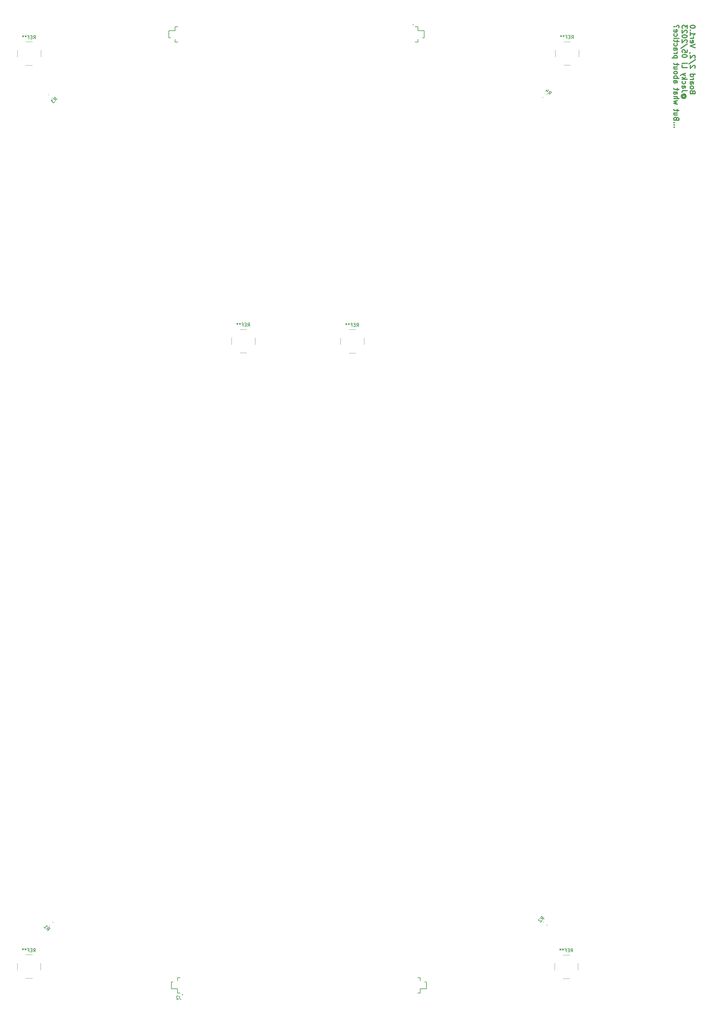
<source format=gbr>
%TF.GenerationSoftware,KiCad,Pcbnew,7.0.2*%
%TF.CreationDate,2023-05-22T19:30:06+02:00*%
%TF.ProjectId,Board2 - Housing and Samtech,426f6172-6432-4202-9d20-486f7573696e,rev?*%
%TF.SameCoordinates,Original*%
%TF.FileFunction,Legend,Bot*%
%TF.FilePolarity,Positive*%
%FSLAX46Y46*%
G04 Gerber Fmt 4.6, Leading zero omitted, Abs format (unit mm)*
G04 Created by KiCad (PCBNEW 7.0.2) date 2023-05-22 19:30:06*
%MOMM*%
%LPD*%
G01*
G04 APERTURE LIST*
%ADD10C,0.300000*%
%ADD11C,0.150000*%
%ADD12C,0.120000*%
%ADD13C,0.200000*%
G04 APERTURE END LIST*
D10*
X404059285Y-85752855D02*
X403987857Y-85538569D01*
X403987857Y-85538569D02*
X403916428Y-85467140D01*
X403916428Y-85467140D02*
X403773571Y-85395712D01*
X403773571Y-85395712D02*
X403559285Y-85395712D01*
X403559285Y-85395712D02*
X403416428Y-85467140D01*
X403416428Y-85467140D02*
X403345000Y-85538569D01*
X403345000Y-85538569D02*
X403273571Y-85681426D01*
X403273571Y-85681426D02*
X403273571Y-86252855D01*
X403273571Y-86252855D02*
X404773571Y-86252855D01*
X404773571Y-86252855D02*
X404773571Y-85752855D01*
X404773571Y-85752855D02*
X404702142Y-85609998D01*
X404702142Y-85609998D02*
X404630714Y-85538569D01*
X404630714Y-85538569D02*
X404487857Y-85467140D01*
X404487857Y-85467140D02*
X404345000Y-85467140D01*
X404345000Y-85467140D02*
X404202142Y-85538569D01*
X404202142Y-85538569D02*
X404130714Y-85609998D01*
X404130714Y-85609998D02*
X404059285Y-85752855D01*
X404059285Y-85752855D02*
X404059285Y-86252855D01*
X403273571Y-84538569D02*
X403345000Y-84681426D01*
X403345000Y-84681426D02*
X403416428Y-84752855D01*
X403416428Y-84752855D02*
X403559285Y-84824283D01*
X403559285Y-84824283D02*
X403987857Y-84824283D01*
X403987857Y-84824283D02*
X404130714Y-84752855D01*
X404130714Y-84752855D02*
X404202142Y-84681426D01*
X404202142Y-84681426D02*
X404273571Y-84538569D01*
X404273571Y-84538569D02*
X404273571Y-84324283D01*
X404273571Y-84324283D02*
X404202142Y-84181426D01*
X404202142Y-84181426D02*
X404130714Y-84109998D01*
X404130714Y-84109998D02*
X403987857Y-84038569D01*
X403987857Y-84038569D02*
X403559285Y-84038569D01*
X403559285Y-84038569D02*
X403416428Y-84109998D01*
X403416428Y-84109998D02*
X403345000Y-84181426D01*
X403345000Y-84181426D02*
X403273571Y-84324283D01*
X403273571Y-84324283D02*
X403273571Y-84538569D01*
X403273571Y-82752855D02*
X404059285Y-82752855D01*
X404059285Y-82752855D02*
X404202142Y-82824283D01*
X404202142Y-82824283D02*
X404273571Y-82967140D01*
X404273571Y-82967140D02*
X404273571Y-83252855D01*
X404273571Y-83252855D02*
X404202142Y-83395712D01*
X403345000Y-82752855D02*
X403273571Y-82895712D01*
X403273571Y-82895712D02*
X403273571Y-83252855D01*
X403273571Y-83252855D02*
X403345000Y-83395712D01*
X403345000Y-83395712D02*
X403487857Y-83467140D01*
X403487857Y-83467140D02*
X403630714Y-83467140D01*
X403630714Y-83467140D02*
X403773571Y-83395712D01*
X403773571Y-83395712D02*
X403845000Y-83252855D01*
X403845000Y-83252855D02*
X403845000Y-82895712D01*
X403845000Y-82895712D02*
X403916428Y-82752855D01*
X403273571Y-82038569D02*
X404273571Y-82038569D01*
X403987857Y-82038569D02*
X404130714Y-81967140D01*
X404130714Y-81967140D02*
X404202142Y-81895712D01*
X404202142Y-81895712D02*
X404273571Y-81752854D01*
X404273571Y-81752854D02*
X404273571Y-81609997D01*
X403273571Y-80467141D02*
X404773571Y-80467141D01*
X403345000Y-80467141D02*
X403273571Y-80609998D01*
X403273571Y-80609998D02*
X403273571Y-80895712D01*
X403273571Y-80895712D02*
X403345000Y-81038569D01*
X403345000Y-81038569D02*
X403416428Y-81109998D01*
X403416428Y-81109998D02*
X403559285Y-81181426D01*
X403559285Y-81181426D02*
X403987857Y-81181426D01*
X403987857Y-81181426D02*
X404130714Y-81109998D01*
X404130714Y-81109998D02*
X404202142Y-81038569D01*
X404202142Y-81038569D02*
X404273571Y-80895712D01*
X404273571Y-80895712D02*
X404273571Y-80609998D01*
X404273571Y-80609998D02*
X404202142Y-80467141D01*
X404630714Y-78681426D02*
X404702142Y-78609998D01*
X404702142Y-78609998D02*
X404773571Y-78467141D01*
X404773571Y-78467141D02*
X404773571Y-78109998D01*
X404773571Y-78109998D02*
X404702142Y-77967141D01*
X404702142Y-77967141D02*
X404630714Y-77895712D01*
X404630714Y-77895712D02*
X404487857Y-77824283D01*
X404487857Y-77824283D02*
X404345000Y-77824283D01*
X404345000Y-77824283D02*
X404130714Y-77895712D01*
X404130714Y-77895712D02*
X403273571Y-78752855D01*
X403273571Y-78752855D02*
X403273571Y-77824283D01*
X404845000Y-76109998D02*
X402916428Y-77395712D01*
X404630714Y-75681426D02*
X404702142Y-75609998D01*
X404702142Y-75609998D02*
X404773571Y-75467141D01*
X404773571Y-75467141D02*
X404773571Y-75109998D01*
X404773571Y-75109998D02*
X404702142Y-74967141D01*
X404702142Y-74967141D02*
X404630714Y-74895712D01*
X404630714Y-74895712D02*
X404487857Y-74824283D01*
X404487857Y-74824283D02*
X404345000Y-74824283D01*
X404345000Y-74824283D02*
X404130714Y-74895712D01*
X404130714Y-74895712D02*
X403273571Y-75752855D01*
X403273571Y-75752855D02*
X403273571Y-74824283D01*
X403345000Y-74109998D02*
X403273571Y-74109998D01*
X403273571Y-74109998D02*
X403130714Y-74181427D01*
X403130714Y-74181427D02*
X403059285Y-74252855D01*
X404773571Y-72538569D02*
X403273571Y-72038569D01*
X403273571Y-72038569D02*
X404773571Y-71538569D01*
X403345000Y-70467141D02*
X403273571Y-70609998D01*
X403273571Y-70609998D02*
X403273571Y-70895713D01*
X403273571Y-70895713D02*
X403345000Y-71038570D01*
X403345000Y-71038570D02*
X403487857Y-71109998D01*
X403487857Y-71109998D02*
X404059285Y-71109998D01*
X404059285Y-71109998D02*
X404202142Y-71038570D01*
X404202142Y-71038570D02*
X404273571Y-70895713D01*
X404273571Y-70895713D02*
X404273571Y-70609998D01*
X404273571Y-70609998D02*
X404202142Y-70467141D01*
X404202142Y-70467141D02*
X404059285Y-70395713D01*
X404059285Y-70395713D02*
X403916428Y-70395713D01*
X403916428Y-70395713D02*
X403773571Y-71109998D01*
X403273571Y-69752856D02*
X404273571Y-69752856D01*
X403987857Y-69752856D02*
X404130714Y-69681427D01*
X404130714Y-69681427D02*
X404202142Y-69609999D01*
X404202142Y-69609999D02*
X404273571Y-69467141D01*
X404273571Y-69467141D02*
X404273571Y-69324284D01*
X403273571Y-68038570D02*
X403273571Y-68895713D01*
X403273571Y-68467142D02*
X404773571Y-68467142D01*
X404773571Y-68467142D02*
X404559285Y-68609999D01*
X404559285Y-68609999D02*
X404416428Y-68752856D01*
X404416428Y-68752856D02*
X404345000Y-68895713D01*
X403416428Y-67395714D02*
X403345000Y-67324285D01*
X403345000Y-67324285D02*
X403273571Y-67395714D01*
X403273571Y-67395714D02*
X403345000Y-67467142D01*
X403345000Y-67467142D02*
X403416428Y-67395714D01*
X403416428Y-67395714D02*
X403273571Y-67395714D01*
X404773571Y-66395713D02*
X404773571Y-66252856D01*
X404773571Y-66252856D02*
X404702142Y-66109999D01*
X404702142Y-66109999D02*
X404630714Y-66038571D01*
X404630714Y-66038571D02*
X404487857Y-65967142D01*
X404487857Y-65967142D02*
X404202142Y-65895713D01*
X404202142Y-65895713D02*
X403845000Y-65895713D01*
X403845000Y-65895713D02*
X403559285Y-65967142D01*
X403559285Y-65967142D02*
X403416428Y-66038571D01*
X403416428Y-66038571D02*
X403345000Y-66109999D01*
X403345000Y-66109999D02*
X403273571Y-66252856D01*
X403273571Y-66252856D02*
X403273571Y-66395713D01*
X403273571Y-66395713D02*
X403345000Y-66538571D01*
X403345000Y-66538571D02*
X403416428Y-66609999D01*
X403416428Y-66609999D02*
X403559285Y-66681428D01*
X403559285Y-66681428D02*
X403845000Y-66752856D01*
X403845000Y-66752856D02*
X404202142Y-66752856D01*
X404202142Y-66752856D02*
X404487857Y-66681428D01*
X404487857Y-66681428D02*
X404630714Y-66609999D01*
X404630714Y-66609999D02*
X404702142Y-66538571D01*
X404702142Y-66538571D02*
X404773571Y-66395713D01*
X401557857Y-86752854D02*
X401629285Y-86824283D01*
X401629285Y-86824283D02*
X401700714Y-86967140D01*
X401700714Y-86967140D02*
X401700714Y-87109997D01*
X401700714Y-87109997D02*
X401629285Y-87252854D01*
X401629285Y-87252854D02*
X401557857Y-87324283D01*
X401557857Y-87324283D02*
X401415000Y-87395711D01*
X401415000Y-87395711D02*
X401272142Y-87395711D01*
X401272142Y-87395711D02*
X401129285Y-87324283D01*
X401129285Y-87324283D02*
X401057857Y-87252854D01*
X401057857Y-87252854D02*
X400986428Y-87109997D01*
X400986428Y-87109997D02*
X400986428Y-86967140D01*
X400986428Y-86967140D02*
X401057857Y-86824283D01*
X401057857Y-86824283D02*
X401129285Y-86752854D01*
X401700714Y-86752854D02*
X401129285Y-86752854D01*
X401129285Y-86752854D02*
X401057857Y-86681426D01*
X401057857Y-86681426D02*
X401057857Y-86609997D01*
X401057857Y-86609997D02*
X401129285Y-86467140D01*
X401129285Y-86467140D02*
X401272142Y-86395711D01*
X401272142Y-86395711D02*
X401629285Y-86395711D01*
X401629285Y-86395711D02*
X401843571Y-86538569D01*
X401843571Y-86538569D02*
X401986428Y-86752854D01*
X401986428Y-86752854D02*
X402057857Y-87038569D01*
X402057857Y-87038569D02*
X401986428Y-87324283D01*
X401986428Y-87324283D02*
X401843571Y-87538569D01*
X401843571Y-87538569D02*
X401629285Y-87681426D01*
X401629285Y-87681426D02*
X401343571Y-87752854D01*
X401343571Y-87752854D02*
X401057857Y-87681426D01*
X401057857Y-87681426D02*
X400843571Y-87538569D01*
X400843571Y-87538569D02*
X400700714Y-87324283D01*
X400700714Y-87324283D02*
X400629285Y-87038569D01*
X400629285Y-87038569D02*
X400700714Y-86752854D01*
X400700714Y-86752854D02*
X400843571Y-86538569D01*
X402343571Y-85324283D02*
X401272142Y-85324283D01*
X401272142Y-85324283D02*
X401057857Y-85395712D01*
X401057857Y-85395712D02*
X400915000Y-85538569D01*
X400915000Y-85538569D02*
X400843571Y-85752855D01*
X400843571Y-85752855D02*
X400843571Y-85895712D01*
X400843571Y-83967141D02*
X401629285Y-83967141D01*
X401629285Y-83967141D02*
X401772142Y-84038569D01*
X401772142Y-84038569D02*
X401843571Y-84181426D01*
X401843571Y-84181426D02*
X401843571Y-84467141D01*
X401843571Y-84467141D02*
X401772142Y-84609998D01*
X400915000Y-83967141D02*
X400843571Y-84109998D01*
X400843571Y-84109998D02*
X400843571Y-84467141D01*
X400843571Y-84467141D02*
X400915000Y-84609998D01*
X400915000Y-84609998D02*
X401057857Y-84681426D01*
X401057857Y-84681426D02*
X401200714Y-84681426D01*
X401200714Y-84681426D02*
X401343571Y-84609998D01*
X401343571Y-84609998D02*
X401415000Y-84467141D01*
X401415000Y-84467141D02*
X401415000Y-84109998D01*
X401415000Y-84109998D02*
X401486428Y-83967141D01*
X400915000Y-82609998D02*
X400843571Y-82752855D01*
X400843571Y-82752855D02*
X400843571Y-83038569D01*
X400843571Y-83038569D02*
X400915000Y-83181426D01*
X400915000Y-83181426D02*
X400986428Y-83252855D01*
X400986428Y-83252855D02*
X401129285Y-83324283D01*
X401129285Y-83324283D02*
X401557857Y-83324283D01*
X401557857Y-83324283D02*
X401700714Y-83252855D01*
X401700714Y-83252855D02*
X401772142Y-83181426D01*
X401772142Y-83181426D02*
X401843571Y-83038569D01*
X401843571Y-83038569D02*
X401843571Y-82752855D01*
X401843571Y-82752855D02*
X401772142Y-82609998D01*
X400843571Y-81967141D02*
X402343571Y-81967141D01*
X401415000Y-81824284D02*
X400843571Y-81395712D01*
X401843571Y-81395712D02*
X401272142Y-81967141D01*
X401843571Y-80895712D02*
X400843571Y-80538569D01*
X401843571Y-80181426D02*
X400843571Y-80538569D01*
X400843571Y-80538569D02*
X400486428Y-80681426D01*
X400486428Y-80681426D02*
X400415000Y-80752855D01*
X400415000Y-80752855D02*
X400343571Y-80895712D01*
X400843571Y-77752855D02*
X400843571Y-78467141D01*
X400843571Y-78467141D02*
X402343571Y-78467141D01*
X400843571Y-77252855D02*
X401843571Y-77252855D01*
X402343571Y-77252855D02*
X402272142Y-77324283D01*
X402272142Y-77324283D02*
X402200714Y-77252855D01*
X402200714Y-77252855D02*
X402272142Y-77181426D01*
X402272142Y-77181426D02*
X402343571Y-77252855D01*
X402343571Y-77252855D02*
X402200714Y-77252855D01*
X402343571Y-75109997D02*
X402343571Y-74967140D01*
X402343571Y-74967140D02*
X402272142Y-74824283D01*
X402272142Y-74824283D02*
X402200714Y-74752855D01*
X402200714Y-74752855D02*
X402057857Y-74681426D01*
X402057857Y-74681426D02*
X401772142Y-74609997D01*
X401772142Y-74609997D02*
X401415000Y-74609997D01*
X401415000Y-74609997D02*
X401129285Y-74681426D01*
X401129285Y-74681426D02*
X400986428Y-74752855D01*
X400986428Y-74752855D02*
X400915000Y-74824283D01*
X400915000Y-74824283D02*
X400843571Y-74967140D01*
X400843571Y-74967140D02*
X400843571Y-75109997D01*
X400843571Y-75109997D02*
X400915000Y-75252855D01*
X400915000Y-75252855D02*
X400986428Y-75324283D01*
X400986428Y-75324283D02*
X401129285Y-75395712D01*
X401129285Y-75395712D02*
X401415000Y-75467140D01*
X401415000Y-75467140D02*
X401772142Y-75467140D01*
X401772142Y-75467140D02*
X402057857Y-75395712D01*
X402057857Y-75395712D02*
X402200714Y-75324283D01*
X402200714Y-75324283D02*
X402272142Y-75252855D01*
X402272142Y-75252855D02*
X402343571Y-75109997D01*
X402343571Y-73252855D02*
X402343571Y-73967141D01*
X402343571Y-73967141D02*
X401629285Y-74038569D01*
X401629285Y-74038569D02*
X401700714Y-73967141D01*
X401700714Y-73967141D02*
X401772142Y-73824284D01*
X401772142Y-73824284D02*
X401772142Y-73467141D01*
X401772142Y-73467141D02*
X401700714Y-73324284D01*
X401700714Y-73324284D02*
X401629285Y-73252855D01*
X401629285Y-73252855D02*
X401486428Y-73181426D01*
X401486428Y-73181426D02*
X401129285Y-73181426D01*
X401129285Y-73181426D02*
X400986428Y-73252855D01*
X400986428Y-73252855D02*
X400915000Y-73324284D01*
X400915000Y-73324284D02*
X400843571Y-73467141D01*
X400843571Y-73467141D02*
X400843571Y-73824284D01*
X400843571Y-73824284D02*
X400915000Y-73967141D01*
X400915000Y-73967141D02*
X400986428Y-74038569D01*
X402415000Y-71467141D02*
X400486428Y-72752855D01*
X402200714Y-71038569D02*
X402272142Y-70967141D01*
X402272142Y-70967141D02*
X402343571Y-70824284D01*
X402343571Y-70824284D02*
X402343571Y-70467141D01*
X402343571Y-70467141D02*
X402272142Y-70324284D01*
X402272142Y-70324284D02*
X402200714Y-70252855D01*
X402200714Y-70252855D02*
X402057857Y-70181426D01*
X402057857Y-70181426D02*
X401915000Y-70181426D01*
X401915000Y-70181426D02*
X401700714Y-70252855D01*
X401700714Y-70252855D02*
X400843571Y-71109998D01*
X400843571Y-71109998D02*
X400843571Y-70181426D01*
X402343571Y-69252855D02*
X402343571Y-69109998D01*
X402343571Y-69109998D02*
X402272142Y-68967141D01*
X402272142Y-68967141D02*
X402200714Y-68895713D01*
X402200714Y-68895713D02*
X402057857Y-68824284D01*
X402057857Y-68824284D02*
X401772142Y-68752855D01*
X401772142Y-68752855D02*
X401415000Y-68752855D01*
X401415000Y-68752855D02*
X401129285Y-68824284D01*
X401129285Y-68824284D02*
X400986428Y-68895713D01*
X400986428Y-68895713D02*
X400915000Y-68967141D01*
X400915000Y-68967141D02*
X400843571Y-69109998D01*
X400843571Y-69109998D02*
X400843571Y-69252855D01*
X400843571Y-69252855D02*
X400915000Y-69395713D01*
X400915000Y-69395713D02*
X400986428Y-69467141D01*
X400986428Y-69467141D02*
X401129285Y-69538570D01*
X401129285Y-69538570D02*
X401415000Y-69609998D01*
X401415000Y-69609998D02*
X401772142Y-69609998D01*
X401772142Y-69609998D02*
X402057857Y-69538570D01*
X402057857Y-69538570D02*
X402200714Y-69467141D01*
X402200714Y-69467141D02*
X402272142Y-69395713D01*
X402272142Y-69395713D02*
X402343571Y-69252855D01*
X402200714Y-68181427D02*
X402272142Y-68109999D01*
X402272142Y-68109999D02*
X402343571Y-67967142D01*
X402343571Y-67967142D02*
X402343571Y-67609999D01*
X402343571Y-67609999D02*
X402272142Y-67467142D01*
X402272142Y-67467142D02*
X402200714Y-67395713D01*
X402200714Y-67395713D02*
X402057857Y-67324284D01*
X402057857Y-67324284D02*
X401915000Y-67324284D01*
X401915000Y-67324284D02*
X401700714Y-67395713D01*
X401700714Y-67395713D02*
X400843571Y-68252856D01*
X400843571Y-68252856D02*
X400843571Y-67324284D01*
X402343571Y-66824285D02*
X402343571Y-65895713D01*
X402343571Y-65895713D02*
X401772142Y-66395713D01*
X401772142Y-66395713D02*
X401772142Y-66181428D01*
X401772142Y-66181428D02*
X401700714Y-66038571D01*
X401700714Y-66038571D02*
X401629285Y-65967142D01*
X401629285Y-65967142D02*
X401486428Y-65895713D01*
X401486428Y-65895713D02*
X401129285Y-65895713D01*
X401129285Y-65895713D02*
X400986428Y-65967142D01*
X400986428Y-65967142D02*
X400915000Y-66038571D01*
X400915000Y-66038571D02*
X400843571Y-66181428D01*
X400843571Y-66181428D02*
X400843571Y-66609999D01*
X400843571Y-66609999D02*
X400915000Y-66752856D01*
X400915000Y-66752856D02*
X400986428Y-66824285D01*
X398556428Y-96324287D02*
X398485000Y-96252858D01*
X398485000Y-96252858D02*
X398413571Y-96324287D01*
X398413571Y-96324287D02*
X398485000Y-96395715D01*
X398485000Y-96395715D02*
X398556428Y-96324287D01*
X398556428Y-96324287D02*
X398413571Y-96324287D01*
X398556428Y-95610001D02*
X398485000Y-95538572D01*
X398485000Y-95538572D02*
X398413571Y-95610001D01*
X398413571Y-95610001D02*
X398485000Y-95681429D01*
X398485000Y-95681429D02*
X398556428Y-95610001D01*
X398556428Y-95610001D02*
X398413571Y-95610001D01*
X398556428Y-94895715D02*
X398485000Y-94824286D01*
X398485000Y-94824286D02*
X398413571Y-94895715D01*
X398413571Y-94895715D02*
X398485000Y-94967143D01*
X398485000Y-94967143D02*
X398556428Y-94895715D01*
X398556428Y-94895715D02*
X398413571Y-94895715D01*
X399199285Y-93681429D02*
X399127857Y-93467143D01*
X399127857Y-93467143D02*
X399056428Y-93395714D01*
X399056428Y-93395714D02*
X398913571Y-93324286D01*
X398913571Y-93324286D02*
X398699285Y-93324286D01*
X398699285Y-93324286D02*
X398556428Y-93395714D01*
X398556428Y-93395714D02*
X398485000Y-93467143D01*
X398485000Y-93467143D02*
X398413571Y-93610000D01*
X398413571Y-93610000D02*
X398413571Y-94181429D01*
X398413571Y-94181429D02*
X399913571Y-94181429D01*
X399913571Y-94181429D02*
X399913571Y-93681429D01*
X399913571Y-93681429D02*
X399842142Y-93538572D01*
X399842142Y-93538572D02*
X399770714Y-93467143D01*
X399770714Y-93467143D02*
X399627857Y-93395714D01*
X399627857Y-93395714D02*
X399485000Y-93395714D01*
X399485000Y-93395714D02*
X399342142Y-93467143D01*
X399342142Y-93467143D02*
X399270714Y-93538572D01*
X399270714Y-93538572D02*
X399199285Y-93681429D01*
X399199285Y-93681429D02*
X399199285Y-94181429D01*
X399413571Y-92038572D02*
X398413571Y-92038572D01*
X399413571Y-92681429D02*
X398627857Y-92681429D01*
X398627857Y-92681429D02*
X398485000Y-92610000D01*
X398485000Y-92610000D02*
X398413571Y-92467143D01*
X398413571Y-92467143D02*
X398413571Y-92252857D01*
X398413571Y-92252857D02*
X398485000Y-92110000D01*
X398485000Y-92110000D02*
X398556428Y-92038572D01*
X399413571Y-91538571D02*
X399413571Y-90967143D01*
X399913571Y-91324286D02*
X398627857Y-91324286D01*
X398627857Y-91324286D02*
X398485000Y-91252857D01*
X398485000Y-91252857D02*
X398413571Y-91110000D01*
X398413571Y-91110000D02*
X398413571Y-90967143D01*
X399413571Y-89467143D02*
X398413571Y-89181429D01*
X398413571Y-89181429D02*
X399127857Y-88895714D01*
X399127857Y-88895714D02*
X398413571Y-88610000D01*
X398413571Y-88610000D02*
X399413571Y-88324286D01*
X398413571Y-87752857D02*
X399913571Y-87752857D01*
X398413571Y-87110000D02*
X399199285Y-87110000D01*
X399199285Y-87110000D02*
X399342142Y-87181428D01*
X399342142Y-87181428D02*
X399413571Y-87324285D01*
X399413571Y-87324285D02*
X399413571Y-87538571D01*
X399413571Y-87538571D02*
X399342142Y-87681428D01*
X399342142Y-87681428D02*
X399270714Y-87752857D01*
X398413571Y-85752857D02*
X399199285Y-85752857D01*
X399199285Y-85752857D02*
X399342142Y-85824285D01*
X399342142Y-85824285D02*
X399413571Y-85967142D01*
X399413571Y-85967142D02*
X399413571Y-86252857D01*
X399413571Y-86252857D02*
X399342142Y-86395714D01*
X398485000Y-85752857D02*
X398413571Y-85895714D01*
X398413571Y-85895714D02*
X398413571Y-86252857D01*
X398413571Y-86252857D02*
X398485000Y-86395714D01*
X398485000Y-86395714D02*
X398627857Y-86467142D01*
X398627857Y-86467142D02*
X398770714Y-86467142D01*
X398770714Y-86467142D02*
X398913571Y-86395714D01*
X398913571Y-86395714D02*
X398985000Y-86252857D01*
X398985000Y-86252857D02*
X398985000Y-85895714D01*
X398985000Y-85895714D02*
X399056428Y-85752857D01*
X399413571Y-85252856D02*
X399413571Y-84681428D01*
X399913571Y-85038571D02*
X398627857Y-85038571D01*
X398627857Y-85038571D02*
X398485000Y-84967142D01*
X398485000Y-84967142D02*
X398413571Y-84824285D01*
X398413571Y-84824285D02*
X398413571Y-84681428D01*
X398413571Y-82395714D02*
X399199285Y-82395714D01*
X399199285Y-82395714D02*
X399342142Y-82467142D01*
X399342142Y-82467142D02*
X399413571Y-82609999D01*
X399413571Y-82609999D02*
X399413571Y-82895714D01*
X399413571Y-82895714D02*
X399342142Y-83038571D01*
X398485000Y-82395714D02*
X398413571Y-82538571D01*
X398413571Y-82538571D02*
X398413571Y-82895714D01*
X398413571Y-82895714D02*
X398485000Y-83038571D01*
X398485000Y-83038571D02*
X398627857Y-83109999D01*
X398627857Y-83109999D02*
X398770714Y-83109999D01*
X398770714Y-83109999D02*
X398913571Y-83038571D01*
X398913571Y-83038571D02*
X398985000Y-82895714D01*
X398985000Y-82895714D02*
X398985000Y-82538571D01*
X398985000Y-82538571D02*
X399056428Y-82395714D01*
X398413571Y-81681428D02*
X399913571Y-81681428D01*
X399342142Y-81681428D02*
X399413571Y-81538571D01*
X399413571Y-81538571D02*
X399413571Y-81252856D01*
X399413571Y-81252856D02*
X399342142Y-81109999D01*
X399342142Y-81109999D02*
X399270714Y-81038571D01*
X399270714Y-81038571D02*
X399127857Y-80967142D01*
X399127857Y-80967142D02*
X398699285Y-80967142D01*
X398699285Y-80967142D02*
X398556428Y-81038571D01*
X398556428Y-81038571D02*
X398485000Y-81109999D01*
X398485000Y-81109999D02*
X398413571Y-81252856D01*
X398413571Y-81252856D02*
X398413571Y-81538571D01*
X398413571Y-81538571D02*
X398485000Y-81681428D01*
X398413571Y-80109999D02*
X398485000Y-80252856D01*
X398485000Y-80252856D02*
X398556428Y-80324285D01*
X398556428Y-80324285D02*
X398699285Y-80395713D01*
X398699285Y-80395713D02*
X399127857Y-80395713D01*
X399127857Y-80395713D02*
X399270714Y-80324285D01*
X399270714Y-80324285D02*
X399342142Y-80252856D01*
X399342142Y-80252856D02*
X399413571Y-80109999D01*
X399413571Y-80109999D02*
X399413571Y-79895713D01*
X399413571Y-79895713D02*
X399342142Y-79752856D01*
X399342142Y-79752856D02*
X399270714Y-79681428D01*
X399270714Y-79681428D02*
X399127857Y-79609999D01*
X399127857Y-79609999D02*
X398699285Y-79609999D01*
X398699285Y-79609999D02*
X398556428Y-79681428D01*
X398556428Y-79681428D02*
X398485000Y-79752856D01*
X398485000Y-79752856D02*
X398413571Y-79895713D01*
X398413571Y-79895713D02*
X398413571Y-80109999D01*
X399413571Y-78324285D02*
X398413571Y-78324285D01*
X399413571Y-78967142D02*
X398627857Y-78967142D01*
X398627857Y-78967142D02*
X398485000Y-78895713D01*
X398485000Y-78895713D02*
X398413571Y-78752856D01*
X398413571Y-78752856D02*
X398413571Y-78538570D01*
X398413571Y-78538570D02*
X398485000Y-78395713D01*
X398485000Y-78395713D02*
X398556428Y-78324285D01*
X399413571Y-77824284D02*
X399413571Y-77252856D01*
X399913571Y-77609999D02*
X398627857Y-77609999D01*
X398627857Y-77609999D02*
X398485000Y-77538570D01*
X398485000Y-77538570D02*
X398413571Y-77395713D01*
X398413571Y-77395713D02*
X398413571Y-77252856D01*
X399413571Y-75609999D02*
X397913571Y-75609999D01*
X399342142Y-75609999D02*
X399413571Y-75467142D01*
X399413571Y-75467142D02*
X399413571Y-75181427D01*
X399413571Y-75181427D02*
X399342142Y-75038570D01*
X399342142Y-75038570D02*
X399270714Y-74967142D01*
X399270714Y-74967142D02*
X399127857Y-74895713D01*
X399127857Y-74895713D02*
X398699285Y-74895713D01*
X398699285Y-74895713D02*
X398556428Y-74967142D01*
X398556428Y-74967142D02*
X398485000Y-75038570D01*
X398485000Y-75038570D02*
X398413571Y-75181427D01*
X398413571Y-75181427D02*
X398413571Y-75467142D01*
X398413571Y-75467142D02*
X398485000Y-75609999D01*
X398413571Y-74252856D02*
X399413571Y-74252856D01*
X399127857Y-74252856D02*
X399270714Y-74181427D01*
X399270714Y-74181427D02*
X399342142Y-74109999D01*
X399342142Y-74109999D02*
X399413571Y-73967141D01*
X399413571Y-73967141D02*
X399413571Y-73824284D01*
X398413571Y-72681428D02*
X399199285Y-72681428D01*
X399199285Y-72681428D02*
X399342142Y-72752856D01*
X399342142Y-72752856D02*
X399413571Y-72895713D01*
X399413571Y-72895713D02*
X399413571Y-73181428D01*
X399413571Y-73181428D02*
X399342142Y-73324285D01*
X398485000Y-72681428D02*
X398413571Y-72824285D01*
X398413571Y-72824285D02*
X398413571Y-73181428D01*
X398413571Y-73181428D02*
X398485000Y-73324285D01*
X398485000Y-73324285D02*
X398627857Y-73395713D01*
X398627857Y-73395713D02*
X398770714Y-73395713D01*
X398770714Y-73395713D02*
X398913571Y-73324285D01*
X398913571Y-73324285D02*
X398985000Y-73181428D01*
X398985000Y-73181428D02*
X398985000Y-72824285D01*
X398985000Y-72824285D02*
X399056428Y-72681428D01*
X398485000Y-71324285D02*
X398413571Y-71467142D01*
X398413571Y-71467142D02*
X398413571Y-71752856D01*
X398413571Y-71752856D02*
X398485000Y-71895713D01*
X398485000Y-71895713D02*
X398556428Y-71967142D01*
X398556428Y-71967142D02*
X398699285Y-72038570D01*
X398699285Y-72038570D02*
X399127857Y-72038570D01*
X399127857Y-72038570D02*
X399270714Y-71967142D01*
X399270714Y-71967142D02*
X399342142Y-71895713D01*
X399342142Y-71895713D02*
X399413571Y-71752856D01*
X399413571Y-71752856D02*
X399413571Y-71467142D01*
X399413571Y-71467142D02*
X399342142Y-71324285D01*
X399413571Y-70895713D02*
X399413571Y-70324285D01*
X399913571Y-70681428D02*
X398627857Y-70681428D01*
X398627857Y-70681428D02*
X398485000Y-70609999D01*
X398485000Y-70609999D02*
X398413571Y-70467142D01*
X398413571Y-70467142D02*
X398413571Y-70324285D01*
X398413571Y-69824285D02*
X399413571Y-69824285D01*
X399913571Y-69824285D02*
X399842142Y-69895713D01*
X399842142Y-69895713D02*
X399770714Y-69824285D01*
X399770714Y-69824285D02*
X399842142Y-69752856D01*
X399842142Y-69752856D02*
X399913571Y-69824285D01*
X399913571Y-69824285D02*
X399770714Y-69824285D01*
X398485000Y-68467142D02*
X398413571Y-68609999D01*
X398413571Y-68609999D02*
X398413571Y-68895713D01*
X398413571Y-68895713D02*
X398485000Y-69038570D01*
X398485000Y-69038570D02*
X398556428Y-69109999D01*
X398556428Y-69109999D02*
X398699285Y-69181427D01*
X398699285Y-69181427D02*
X399127857Y-69181427D01*
X399127857Y-69181427D02*
X399270714Y-69109999D01*
X399270714Y-69109999D02*
X399342142Y-69038570D01*
X399342142Y-69038570D02*
X399413571Y-68895713D01*
X399413571Y-68895713D02*
X399413571Y-68609999D01*
X399413571Y-68609999D02*
X399342142Y-68467142D01*
X398485000Y-67252856D02*
X398413571Y-67395713D01*
X398413571Y-67395713D02*
X398413571Y-67681428D01*
X398413571Y-67681428D02*
X398485000Y-67824285D01*
X398485000Y-67824285D02*
X398627857Y-67895713D01*
X398627857Y-67895713D02*
X399199285Y-67895713D01*
X399199285Y-67895713D02*
X399342142Y-67824285D01*
X399342142Y-67824285D02*
X399413571Y-67681428D01*
X399413571Y-67681428D02*
X399413571Y-67395713D01*
X399413571Y-67395713D02*
X399342142Y-67252856D01*
X399342142Y-67252856D02*
X399199285Y-67181428D01*
X399199285Y-67181428D02*
X399056428Y-67181428D01*
X399056428Y-67181428D02*
X398913571Y-67895713D01*
X398556428Y-66324285D02*
X398485000Y-66252856D01*
X398485000Y-66252856D02*
X398413571Y-66324285D01*
X398413571Y-66324285D02*
X398485000Y-66395714D01*
X398485000Y-66395714D02*
X398556428Y-66324285D01*
X398556428Y-66324285D02*
X398413571Y-66324285D01*
X399842142Y-66609999D02*
X399913571Y-66467142D01*
X399913571Y-66467142D02*
X399913571Y-66109999D01*
X399913571Y-66109999D02*
X399842142Y-65967142D01*
X399842142Y-65967142D02*
X399699285Y-65895714D01*
X399699285Y-65895714D02*
X399556428Y-65895714D01*
X399556428Y-65895714D02*
X399413571Y-65967142D01*
X399413571Y-65967142D02*
X399342142Y-66038571D01*
X399342142Y-66038571D02*
X399270714Y-66181428D01*
X399270714Y-66181428D02*
X399199285Y-66252856D01*
X399199285Y-66252856D02*
X399056428Y-66324285D01*
X399056428Y-66324285D02*
X398985000Y-66324285D01*
D11*
%TO.C,*%
%TO.C,REF\u002A\u002A*%
X207283333Y-342072619D02*
X207616666Y-341596428D01*
X207854761Y-342072619D02*
X207854761Y-341072619D01*
X207854761Y-341072619D02*
X207473809Y-341072619D01*
X207473809Y-341072619D02*
X207378571Y-341120238D01*
X207378571Y-341120238D02*
X207330952Y-341167857D01*
X207330952Y-341167857D02*
X207283333Y-341263095D01*
X207283333Y-341263095D02*
X207283333Y-341405952D01*
X207283333Y-341405952D02*
X207330952Y-341501190D01*
X207330952Y-341501190D02*
X207378571Y-341548809D01*
X207378571Y-341548809D02*
X207473809Y-341596428D01*
X207473809Y-341596428D02*
X207854761Y-341596428D01*
X206854761Y-341548809D02*
X206521428Y-341548809D01*
X206378571Y-342072619D02*
X206854761Y-342072619D01*
X206854761Y-342072619D02*
X206854761Y-341072619D01*
X206854761Y-341072619D02*
X206378571Y-341072619D01*
X205616666Y-341548809D02*
X205949999Y-341548809D01*
X205949999Y-342072619D02*
X205949999Y-341072619D01*
X205949999Y-341072619D02*
X205473809Y-341072619D01*
X204949999Y-341072619D02*
X204949999Y-341310714D01*
X205188094Y-341215476D02*
X204949999Y-341310714D01*
X204949999Y-341310714D02*
X204711904Y-341215476D01*
X205092856Y-341501190D02*
X204949999Y-341310714D01*
X204949999Y-341310714D02*
X204807142Y-341501190D01*
X204188094Y-341072619D02*
X204188094Y-341310714D01*
X204426189Y-341215476D02*
X204188094Y-341310714D01*
X204188094Y-341310714D02*
X203949999Y-341215476D01*
X204330951Y-341501190D02*
X204188094Y-341310714D01*
X204188094Y-341310714D02*
X204045237Y-341501190D01*
%TO.C,*%
%TO.C,R2*%
X359273696Y-332628751D02*
X359172681Y-332056331D01*
X359677757Y-332224690D02*
X358970651Y-331517583D01*
X358970651Y-331517583D02*
X358701277Y-331786957D01*
X358701277Y-331786957D02*
X358667605Y-331887972D01*
X358667605Y-331887972D02*
X358667605Y-331955316D01*
X358667605Y-331955316D02*
X358701277Y-332056331D01*
X358701277Y-332056331D02*
X358802292Y-332157346D01*
X358802292Y-332157346D02*
X358903307Y-332191018D01*
X358903307Y-332191018D02*
X358970651Y-332191018D01*
X358970651Y-332191018D02*
X359071666Y-332157346D01*
X359071666Y-332157346D02*
X359341040Y-331887972D01*
X358364559Y-332258362D02*
X358297216Y-332258362D01*
X358297216Y-332258362D02*
X358196200Y-332292033D01*
X358196200Y-332292033D02*
X358027842Y-332460392D01*
X358027842Y-332460392D02*
X357994170Y-332561407D01*
X357994170Y-332561407D02*
X357994170Y-332628751D01*
X357994170Y-332628751D02*
X358027842Y-332729766D01*
X358027842Y-332729766D02*
X358095185Y-332797110D01*
X358095185Y-332797110D02*
X358229872Y-332864453D01*
X358229872Y-332864453D02*
X359037994Y-332864453D01*
X359037994Y-332864453D02*
X358600261Y-333302186D01*
%TO.C,*%
%TO.C,REF\u002A\u002A*%
X367853333Y-69882619D02*
X368186666Y-69406428D01*
X368424761Y-69882619D02*
X368424761Y-68882619D01*
X368424761Y-68882619D02*
X368043809Y-68882619D01*
X368043809Y-68882619D02*
X367948571Y-68930238D01*
X367948571Y-68930238D02*
X367900952Y-68977857D01*
X367900952Y-68977857D02*
X367853333Y-69073095D01*
X367853333Y-69073095D02*
X367853333Y-69215952D01*
X367853333Y-69215952D02*
X367900952Y-69311190D01*
X367900952Y-69311190D02*
X367948571Y-69358809D01*
X367948571Y-69358809D02*
X368043809Y-69406428D01*
X368043809Y-69406428D02*
X368424761Y-69406428D01*
X367424761Y-69358809D02*
X367091428Y-69358809D01*
X366948571Y-69882619D02*
X367424761Y-69882619D01*
X367424761Y-69882619D02*
X367424761Y-68882619D01*
X367424761Y-68882619D02*
X366948571Y-68882619D01*
X366186666Y-69358809D02*
X366519999Y-69358809D01*
X366519999Y-69882619D02*
X366519999Y-68882619D01*
X366519999Y-68882619D02*
X366043809Y-68882619D01*
X365519999Y-68882619D02*
X365519999Y-69120714D01*
X365758094Y-69025476D02*
X365519999Y-69120714D01*
X365519999Y-69120714D02*
X365281904Y-69025476D01*
X365662856Y-69311190D02*
X365519999Y-69120714D01*
X365519999Y-69120714D02*
X365377142Y-69311190D01*
X364758094Y-68882619D02*
X364758094Y-69120714D01*
X364996189Y-69025476D02*
X364758094Y-69120714D01*
X364758094Y-69120714D02*
X364519999Y-69025476D01*
X364900951Y-69311190D02*
X364758094Y-69120714D01*
X364758094Y-69120714D02*
X364615237Y-69311190D01*
%TO.C,*%
%TO.C,REF\u002A\u002A*%
X303753333Y-155692619D02*
X304086666Y-155216428D01*
X304324761Y-155692619D02*
X304324761Y-154692619D01*
X304324761Y-154692619D02*
X303943809Y-154692619D01*
X303943809Y-154692619D02*
X303848571Y-154740238D01*
X303848571Y-154740238D02*
X303800952Y-154787857D01*
X303800952Y-154787857D02*
X303753333Y-154883095D01*
X303753333Y-154883095D02*
X303753333Y-155025952D01*
X303753333Y-155025952D02*
X303800952Y-155121190D01*
X303800952Y-155121190D02*
X303848571Y-155168809D01*
X303848571Y-155168809D02*
X303943809Y-155216428D01*
X303943809Y-155216428D02*
X304324761Y-155216428D01*
X303324761Y-155168809D02*
X302991428Y-155168809D01*
X302848571Y-155692619D02*
X303324761Y-155692619D01*
X303324761Y-155692619D02*
X303324761Y-154692619D01*
X303324761Y-154692619D02*
X302848571Y-154692619D01*
X302086666Y-155168809D02*
X302419999Y-155168809D01*
X302419999Y-155692619D02*
X302419999Y-154692619D01*
X302419999Y-154692619D02*
X301943809Y-154692619D01*
X301419999Y-154692619D02*
X301419999Y-154930714D01*
X301658094Y-154835476D02*
X301419999Y-154930714D01*
X301419999Y-154930714D02*
X301181904Y-154835476D01*
X301562856Y-155121190D02*
X301419999Y-154930714D01*
X301419999Y-154930714D02*
X301277142Y-155121190D01*
X300658094Y-154692619D02*
X300658094Y-154930714D01*
X300896189Y-154835476D02*
X300658094Y-154930714D01*
X300658094Y-154930714D02*
X300419999Y-154835476D01*
X300800951Y-155121190D02*
X300658094Y-154930714D01*
X300658094Y-154930714D02*
X300515237Y-155121190D01*
%TO.C,R1*%
X211146561Y-335370797D02*
X211718981Y-335269782D01*
X211550622Y-335774858D02*
X212257729Y-335067752D01*
X212257729Y-335067752D02*
X211988355Y-334798378D01*
X211988355Y-334798378D02*
X211887340Y-334764706D01*
X211887340Y-334764706D02*
X211819996Y-334764706D01*
X211819996Y-334764706D02*
X211718981Y-334798378D01*
X211718981Y-334798378D02*
X211617966Y-334899393D01*
X211617966Y-334899393D02*
X211584294Y-335000408D01*
X211584294Y-335000408D02*
X211584294Y-335067752D01*
X211584294Y-335067752D02*
X211617966Y-335168767D01*
X211617966Y-335168767D02*
X211887340Y-335438141D01*
X210473126Y-334697362D02*
X210877187Y-335101423D01*
X210675157Y-334899393D02*
X211382263Y-334192286D01*
X211382263Y-334192286D02*
X211348592Y-334360645D01*
X211348592Y-334360645D02*
X211348592Y-334495332D01*
X211348592Y-334495332D02*
X211382263Y-334596347D01*
%TO.C,R3*%
X213938804Y-88448889D02*
X213837789Y-87876469D01*
X214342865Y-88044828D02*
X213635759Y-87337721D01*
X213635759Y-87337721D02*
X213366385Y-87607095D01*
X213366385Y-87607095D02*
X213332713Y-87708110D01*
X213332713Y-87708110D02*
X213332713Y-87775454D01*
X213332713Y-87775454D02*
X213366385Y-87876469D01*
X213366385Y-87876469D02*
X213467400Y-87977484D01*
X213467400Y-87977484D02*
X213568415Y-88011156D01*
X213568415Y-88011156D02*
X213635759Y-88011156D01*
X213635759Y-88011156D02*
X213736774Y-87977484D01*
X213736774Y-87977484D02*
X214006148Y-87708110D01*
X212995995Y-87977484D02*
X212558263Y-88415217D01*
X212558263Y-88415217D02*
X213063339Y-88448889D01*
X213063339Y-88448889D02*
X212962324Y-88549904D01*
X212962324Y-88549904D02*
X212928652Y-88650919D01*
X212928652Y-88650919D02*
X212928652Y-88718263D01*
X212928652Y-88718263D02*
X212962324Y-88819278D01*
X212962324Y-88819278D02*
X213130682Y-88987637D01*
X213130682Y-88987637D02*
X213231698Y-89021309D01*
X213231698Y-89021309D02*
X213299041Y-89021309D01*
X213299041Y-89021309D02*
X213400056Y-88987637D01*
X213400056Y-88987637D02*
X213602087Y-88785606D01*
X213602087Y-88785606D02*
X213635759Y-88684591D01*
X213635759Y-88684591D02*
X213635759Y-88617248D01*
%TO.C,REF\u002A\u002A*%
X271243333Y-155642619D02*
X271576666Y-155166428D01*
X271814761Y-155642619D02*
X271814761Y-154642619D01*
X271814761Y-154642619D02*
X271433809Y-154642619D01*
X271433809Y-154642619D02*
X271338571Y-154690238D01*
X271338571Y-154690238D02*
X271290952Y-154737857D01*
X271290952Y-154737857D02*
X271243333Y-154833095D01*
X271243333Y-154833095D02*
X271243333Y-154975952D01*
X271243333Y-154975952D02*
X271290952Y-155071190D01*
X271290952Y-155071190D02*
X271338571Y-155118809D01*
X271338571Y-155118809D02*
X271433809Y-155166428D01*
X271433809Y-155166428D02*
X271814761Y-155166428D01*
X270814761Y-155118809D02*
X270481428Y-155118809D01*
X270338571Y-155642619D02*
X270814761Y-155642619D01*
X270814761Y-155642619D02*
X270814761Y-154642619D01*
X270814761Y-154642619D02*
X270338571Y-154642619D01*
X269576666Y-155118809D02*
X269909999Y-155118809D01*
X269909999Y-155642619D02*
X269909999Y-154642619D01*
X269909999Y-154642619D02*
X269433809Y-154642619D01*
X268909999Y-154642619D02*
X268909999Y-154880714D01*
X269148094Y-154785476D02*
X268909999Y-154880714D01*
X268909999Y-154880714D02*
X268671904Y-154785476D01*
X269052856Y-155071190D02*
X268909999Y-154880714D01*
X268909999Y-154880714D02*
X268767142Y-155071190D01*
X268148094Y-154642619D02*
X268148094Y-154880714D01*
X268386189Y-154785476D02*
X268148094Y-154880714D01*
X268148094Y-154880714D02*
X267909999Y-154785476D01*
X268290951Y-155071190D02*
X268148094Y-154880714D01*
X268148094Y-154880714D02*
X268005237Y-155071190D01*
%TO.C,*%
%TO.C,REF\u002A\u002A*%
X207313333Y-69912619D02*
X207646666Y-69436428D01*
X207884761Y-69912619D02*
X207884761Y-68912619D01*
X207884761Y-68912619D02*
X207503809Y-68912619D01*
X207503809Y-68912619D02*
X207408571Y-68960238D01*
X207408571Y-68960238D02*
X207360952Y-69007857D01*
X207360952Y-69007857D02*
X207313333Y-69103095D01*
X207313333Y-69103095D02*
X207313333Y-69245952D01*
X207313333Y-69245952D02*
X207360952Y-69341190D01*
X207360952Y-69341190D02*
X207408571Y-69388809D01*
X207408571Y-69388809D02*
X207503809Y-69436428D01*
X207503809Y-69436428D02*
X207884761Y-69436428D01*
X206884761Y-69388809D02*
X206551428Y-69388809D01*
X206408571Y-69912619D02*
X206884761Y-69912619D01*
X206884761Y-69912619D02*
X206884761Y-68912619D01*
X206884761Y-68912619D02*
X206408571Y-68912619D01*
X205646666Y-69388809D02*
X205979999Y-69388809D01*
X205979999Y-69912619D02*
X205979999Y-68912619D01*
X205979999Y-68912619D02*
X205503809Y-68912619D01*
X204979999Y-68912619D02*
X204979999Y-69150714D01*
X205218094Y-69055476D02*
X204979999Y-69150714D01*
X204979999Y-69150714D02*
X204741904Y-69055476D01*
X205122856Y-69341190D02*
X204979999Y-69150714D01*
X204979999Y-69150714D02*
X204837142Y-69341190D01*
X204218094Y-68912619D02*
X204218094Y-69150714D01*
X204456189Y-69055476D02*
X204218094Y-69150714D01*
X204218094Y-69150714D02*
X203979999Y-69055476D01*
X204360951Y-69341190D02*
X204218094Y-69150714D01*
X204218094Y-69150714D02*
X204075237Y-69341190D01*
%TO.C,*%
%TO.C,J2*%
X250944654Y-355232019D02*
X250944654Y-355946304D01*
X250944654Y-355946304D02*
X250992273Y-356089161D01*
X250992273Y-356089161D02*
X251087511Y-356184400D01*
X251087511Y-356184400D02*
X251230368Y-356232019D01*
X251230368Y-356232019D02*
X251325606Y-356232019D01*
X250516082Y-355327257D02*
X250468463Y-355279638D01*
X250468463Y-355279638D02*
X250373225Y-355232019D01*
X250373225Y-355232019D02*
X250135130Y-355232019D01*
X250135130Y-355232019D02*
X250039892Y-355279638D01*
X250039892Y-355279638D02*
X249992273Y-355327257D01*
X249992273Y-355327257D02*
X249944654Y-355422495D01*
X249944654Y-355422495D02*
X249944654Y-355517733D01*
X249944654Y-355517733D02*
X249992273Y-355660590D01*
X249992273Y-355660590D02*
X250563701Y-356232019D01*
X250563701Y-356232019D02*
X249944654Y-356232019D01*
%TO.C,*%
%TO.C,REF\u002A\u002A*%
X367643333Y-342102619D02*
X367976666Y-341626428D01*
X368214761Y-342102619D02*
X368214761Y-341102619D01*
X368214761Y-341102619D02*
X367833809Y-341102619D01*
X367833809Y-341102619D02*
X367738571Y-341150238D01*
X367738571Y-341150238D02*
X367690952Y-341197857D01*
X367690952Y-341197857D02*
X367643333Y-341293095D01*
X367643333Y-341293095D02*
X367643333Y-341435952D01*
X367643333Y-341435952D02*
X367690952Y-341531190D01*
X367690952Y-341531190D02*
X367738571Y-341578809D01*
X367738571Y-341578809D02*
X367833809Y-341626428D01*
X367833809Y-341626428D02*
X368214761Y-341626428D01*
X367214761Y-341578809D02*
X366881428Y-341578809D01*
X366738571Y-342102619D02*
X367214761Y-342102619D01*
X367214761Y-342102619D02*
X367214761Y-341102619D01*
X367214761Y-341102619D02*
X366738571Y-341102619D01*
X365976666Y-341578809D02*
X366309999Y-341578809D01*
X366309999Y-342102619D02*
X366309999Y-341102619D01*
X366309999Y-341102619D02*
X365833809Y-341102619D01*
X365309999Y-341102619D02*
X365309999Y-341340714D01*
X365548094Y-341245476D02*
X365309999Y-341340714D01*
X365309999Y-341340714D02*
X365071904Y-341245476D01*
X365452856Y-341531190D02*
X365309999Y-341340714D01*
X365309999Y-341340714D02*
X365167142Y-341531190D01*
X364548094Y-341102619D02*
X364548094Y-341340714D01*
X364786189Y-341245476D02*
X364548094Y-341340714D01*
X364548094Y-341340714D02*
X364309999Y-341245476D01*
X364690951Y-341531190D02*
X364548094Y-341340714D01*
X364548094Y-341340714D02*
X364405237Y-341531190D01*
%TO.C,R4*%
X360757455Y-86178245D02*
X361329875Y-86077230D01*
X361161516Y-86582306D02*
X361868623Y-85875200D01*
X361868623Y-85875200D02*
X361599249Y-85605826D01*
X361599249Y-85605826D02*
X361498234Y-85572154D01*
X361498234Y-85572154D02*
X361430890Y-85572154D01*
X361430890Y-85572154D02*
X361329875Y-85605826D01*
X361329875Y-85605826D02*
X361228860Y-85706841D01*
X361228860Y-85706841D02*
X361195188Y-85807856D01*
X361195188Y-85807856D02*
X361195188Y-85875200D01*
X361195188Y-85875200D02*
X361228860Y-85976215D01*
X361228860Y-85976215D02*
X361498234Y-86245589D01*
X360622768Y-85100749D02*
X360151364Y-85572154D01*
X361060501Y-84999734D02*
X360723783Y-85673169D01*
X360723783Y-85673169D02*
X360286051Y-85235436D01*
D12*
%TO.C,REF\u002A\u002A*%
X209455200Y-347460000D02*
X209455200Y-345460000D01*
X206950000Y-342954800D02*
X204950000Y-342954800D01*
X204950000Y-349965200D02*
X206950000Y-349965200D01*
X202444800Y-345460000D02*
X202444800Y-347460000D01*
%TO.C,R2*%
X360675733Y-333945372D02*
X360354616Y-334266489D01*
X359636286Y-332905925D02*
X359315169Y-333227042D01*
%TO.C,REF\u002A\u002A*%
X370025200Y-75270000D02*
X370025200Y-73270000D01*
X367520000Y-70764800D02*
X365520000Y-70764800D01*
X365520000Y-77775200D02*
X367520000Y-77775200D01*
X363014800Y-73270000D02*
X363014800Y-75270000D01*
X305925200Y-161080000D02*
X305925200Y-159080000D01*
X303420000Y-156574800D02*
X301420000Y-156574800D01*
X301420000Y-163585200D02*
X303420000Y-163585200D01*
X298914800Y-159080000D02*
X298914800Y-161080000D01*
%TO.C,R1*%
X212881723Y-333078818D02*
X213202840Y-333399935D01*
X211842276Y-334118265D02*
X212163393Y-334439382D01*
%TO.C,R3*%
X211646825Y-86713728D02*
X211967942Y-86392611D01*
X212686272Y-87753175D02*
X213007389Y-87432058D01*
%TO.C,REF\u002A\u002A*%
X273415200Y-161030000D02*
X273415200Y-159030000D01*
X270910000Y-156524800D02*
X268910000Y-156524800D01*
X268910000Y-163535200D02*
X270910000Y-163535200D01*
X266404800Y-159030000D02*
X266404800Y-161030000D01*
D13*
%TO.C,J1*%
X323876479Y-69630000D02*
X323876479Y-67530000D01*
X323876479Y-67530000D02*
X322016479Y-67530000D01*
X323356479Y-69630000D02*
X323876479Y-69630000D01*
X322016479Y-70880000D02*
X322016479Y-69995000D01*
X322016479Y-70880000D02*
X321191479Y-70880000D01*
X322016479Y-66280000D02*
X322016479Y-67530000D01*
X322016479Y-66280000D02*
X321191479Y-66280000D01*
X249566479Y-70880000D02*
X250391479Y-70880000D01*
X249566479Y-70880000D02*
X249566479Y-69995000D01*
X249566479Y-66280000D02*
X250391479Y-66280000D01*
X249566479Y-66280000D02*
X249566479Y-67530000D01*
X248226479Y-69630000D02*
X247706479Y-69630000D01*
X247706479Y-69630000D02*
X247706479Y-67530000D01*
X247706479Y-67530000D02*
X249566479Y-67530000D01*
X320691479Y-65770000D02*
G75*
G03*
X320691479Y-65770000I-100000J0D01*
G01*
D12*
%TO.C,REF\u002A\u002A*%
X209485200Y-75300000D02*
X209485200Y-73300000D01*
X206980000Y-70794800D02*
X204980000Y-70794800D01*
X204980000Y-77805200D02*
X206980000Y-77805200D01*
X202474800Y-73300000D02*
X202474800Y-75300000D01*
D13*
%TO.C,J2*%
X248436321Y-351019400D02*
X248436321Y-353119400D01*
X248436321Y-353119400D02*
X250296321Y-353119400D01*
X248956321Y-351019400D02*
X248436321Y-351019400D01*
X250296321Y-349769400D02*
X250296321Y-350654400D01*
X250296321Y-349769400D02*
X251121321Y-349769400D01*
X250296321Y-354369400D02*
X250296321Y-353119400D01*
X250296321Y-354369400D02*
X251121321Y-354369400D01*
X322746321Y-349769400D02*
X321921321Y-349769400D01*
X322746321Y-349769400D02*
X322746321Y-350654400D01*
X322746321Y-354369400D02*
X321921321Y-354369400D01*
X322746321Y-354369400D02*
X322746321Y-353119400D01*
X324086321Y-351019400D02*
X324606321Y-351019400D01*
X324606321Y-351019400D02*
X324606321Y-353119400D01*
X324606321Y-353119400D02*
X322746321Y-353119400D01*
X251821321Y-354879400D02*
G75*
G03*
X251821321Y-354879400I-100000J0D01*
G01*
D12*
%TO.C,REF\u002A\u002A*%
X369815200Y-347490000D02*
X369815200Y-345490000D01*
X367310000Y-342984800D02*
X365310000Y-342984800D01*
X365310000Y-349995200D02*
X367310000Y-349995200D01*
X362804800Y-345490000D02*
X362804800Y-347490000D01*
%TO.C,R4*%
X359440835Y-87580282D02*
X359119718Y-87259165D01*
X360480282Y-86540835D02*
X360159165Y-86219718D01*
%TD*%
M02*

</source>
